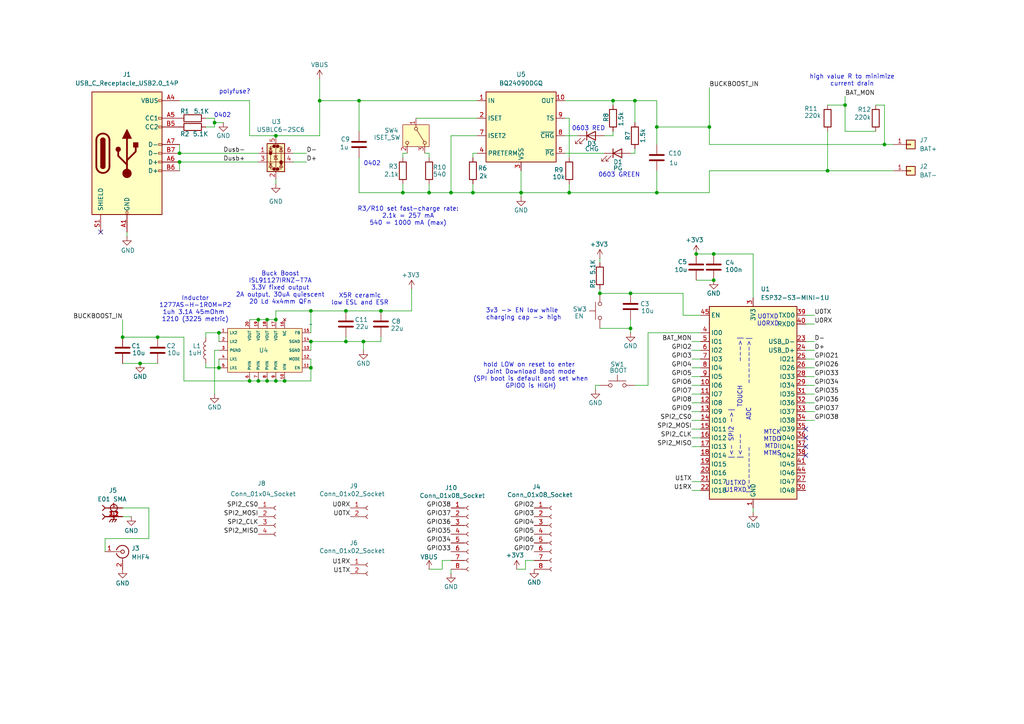
<source format=kicad_sch>
(kicad_sch (version 20231120) (generator "eeschema") (generator_version "8.0")
  (paper "A4")
  (lib_symbols
    (symbol "Battery_Management:BQ24090DGQ"
      (property "Reference" "U" (at -9.398 13.462 0))
      (property "Value" "BQ24090DGQ" (at -3.81 11.43 0))
      (symbol "BQ24090DGQ_1_1"
        (pin power_in line (at -12.7 7.62 0) (length 2.54) (name "IN") (number "1"))
        (pin power_out line (at 12.7 7.62 180) (length 2.54) (name "OUT") (number "10"))
        (pin passive line (at 0 -12.7 90) (length 2.54) hide (name "VSS") (number "11"))
        (pin passive line (at -12.7 2.54 0) (length 2.54) (name "ISET") (number "2"))
        (pin power_in line (at 0 -12.7 90) (length 2.54) (name "VSS") (number "3"))
        (pin passive line (at -12.7 -7.62 0) (length 2.54) (name "PRETERM") (number "4"))
        (pin open_collector line (at 12.7 -7.62 180) (length 2.54) (name "~{PG}") (number "5"))
        (pin no_connect line (at 5.08 -10.16 90) (length 2.54) hide (name "NC") (number "6"))
        (pin passive line (at -12.7 -2.54 0) (length 2.54) (name "ISET2") (number "7"))
        (pin open_collector line (at 12.7 -2.54 180) (length 2.54) (name "~{CHG}") (number "8"))
        (pin passive line (at 12.7 2.54 180) (length 2.54) (name "TS") (number "9"))
      )
    )
    (symbol "Conn_Coaxial_1" (pin_names (offset 1.016) hide)
      (property "Reference" "J" (at 0.254 3.048 0))
      (property "Value" "Conn_Coaxial" (at 2.921 0 90))
      (symbol "Conn_Coaxial_1_1_1"
        (pin passive line (at -5.08 0 0) (length 2.54) (name "In") (number "1"))
        (pin passive line (at 0 -5.08 90) (length 2.54) (name "Ext") (number "2"))
      )
    )
    (symbol "Connector:Conn_01x02_Socket" (pin_names (offset 1.016) hide)
      (property "Reference" "J" (at 0 2.54 0))
      (property "Value" "Conn_01x02_Socket" (at 0 -5.08 0))
      (symbol "Conn_01x02_Socket_1_1"
        (pin passive line (at -5.08 0 0) (length 3.81) (name "Pin_1") (number "1"))
        (pin passive line (at -5.08 -2.54 0) (length 3.81) (name "Pin_2") (number "2"))
      )
    )
    (symbol "Connector:Conn_01x04_Socket" (pin_names (offset 1.016) hide)
      (property "Reference" "J" (at 0 5.08 0))
      (property "Value" "Conn_01x04_Socket" (at 0 -7.62 0))
      (symbol "Conn_01x04_Socket_1_1"
        (pin passive line (at -5.08 2.54 0) (length 3.81) (name "Pin_1") (number "1"))
        (pin passive line (at -5.08 0 0) (length 3.81) (name "Pin_2") (number "2"))
        (pin passive line (at -5.08 -2.54 0) (length 3.81) (name "Pin_3") (number "3"))
        (pin passive line (at -5.08 -5.08 0) (length 3.81) (name "Pin_4") (number "4"))
      )
    )
    (symbol "Connector:Conn_01x08_Socket" (pin_names (offset 1.016) hide)
      (property "Reference" "J" (at 0 10.16 0))
      (property "Value" "Conn_01x08_Socket" (at 0 -12.7 0))
      (symbol "Conn_01x08_Socket_1_1"
        (pin passive line (at -5.08 7.62 0) (length 3.81) (name "Pin_1") (number "1"))
        (pin passive line (at -5.08 5.08 0) (length 3.81) (name "Pin_2") (number "2"))
        (pin passive line (at -5.08 2.54 0) (length 3.81) (name "Pin_3") (number "3"))
        (pin passive line (at -5.08 0 0) (length 3.81) (name "Pin_4") (number "4"))
        (pin passive line (at -5.08 -2.54 0) (length 3.81) (name "Pin_5") (number "5"))
        (pin passive line (at -5.08 -5.08 0) (length 3.81) (name "Pin_6") (number "6"))
        (pin passive line (at -5.08 -7.62 0) (length 3.81) (name "Pin_7") (number "7"))
        (pin passive line (at -5.08 -10.16 0) (length 3.81) (name "Pin_8") (number "8"))
      )
    )
    (symbol "Connector:USB_C_Receptacle_USB2.0_14P" (pin_names (offset 1.016))
      (property "Reference" "J" (at 0 22.225 0))
      (property "Value" "USB_C_Receptacle_USB2.0_14P" (at 0 19.685 0))
      (symbol "USB_C_Receptacle_USB2.0_14P_1_1"
        (pin passive line (at 0 -22.86 90) (length 5.08) (name "GND") (number "A1"))
        (pin passive line (at 0 -22.86 90) (length 5.08) hide (name "GND") (number "A12"))
        (pin passive line (at 15.24 15.24 180) (length 5.08) (name "VBUS") (number "A4"))
        (pin bidirectional line (at 15.24 10.16 180) (length 5.08) (name "CC1") (number "A5"))
        (pin bidirectional line (at 15.24 -2.54 180) (length 5.08) (name "D+") (number "A6"))
        (pin bidirectional line (at 15.24 2.54 180) (length 5.08) (name "D-") (number "A7"))
        (pin passive line (at 15.24 15.24 180) (length 5.08) hide (name "VBUS") (number "A9"))
        (pin passive line (at 0 -22.86 90) (length 5.08) hide (name "GND") (number "B1"))
        (pin passive line (at 0 -22.86 90) (length 5.08) hide (name "GND") (number "B12"))
        (pin passive line (at 15.24 15.24 180) (length 5.08) hide (name "VBUS") (number "B4"))
        (pin bidirectional line (at 15.24 7.62 180) (length 5.08) (name "CC2") (number "B5"))
        (pin bidirectional line (at 15.24 -5.08 180) (length 5.08) (name "D+") (number "B6"))
        (pin bidirectional line (at 15.24 0 180) (length 5.08) (name "D-") (number "B7"))
        (pin passive line (at 15.24 15.24 180) (length 5.08) hide (name "VBUS") (number "B9"))
        (pin passive line (at -7.62 -22.86 90) (length 5.08) (name "SHIELD") (number "S1"))
      )
    )
    (symbol "Connector_Generic:Conn_01x01" (pin_names (offset 1.016) hide)
      (property "Reference" "J" (at 0 2.54 0))
      (property "Value" "Conn_01x01" (at 0 -2.54 0))
      (symbol "Conn_01x01_1_1"
        (pin passive line (at -5.08 0 0) (length 3.81) (name "Pin_1") (number "1"))
      )
    )
    (symbol "Device:C" (pin_numbers hide) (pin_names (offset 0.254))
      (property "Reference" "C" (at 0.635 2.54 0))
      (property "Value" "C" (at 0.635 -2.54 0))
      (symbol "C_1_1"
        (pin passive line (at 0 3.81 270) (length 2.794) (name "~") (number "1"))
        (pin passive line (at 0 -3.81 90) (length 2.794) (name "~") (number "2"))
      )
    )
    (symbol "Device:L" (pin_numbers hide) (pin_names (offset 1.016) hide)
      (property "Reference" "L" (at -1.27 0 90))
      (property "Value" "L" (at 1.905 0 90))
      (symbol "L_1_1"
        (pin passive line (at 0 3.81 270) (length 1.27) (name "1") (number "1"))
        (pin passive line (at 0 -3.81 90) (length 1.27) (name "2") (number "2"))
      )
    )
    (symbol "Device:LED" (pin_numbers hide) (pin_names (offset 1.016) hide)
      (property "Reference" "D" (at 0 2.54 0))
      (property "Value" "LED" (at 0 -2.54 0))
      (symbol "LED_1_1"
        (pin passive line (at -3.81 0 0) (length 2.54) (name "K") (number "1"))
        (pin passive line (at 3.81 0 180) (length 2.54) (name "A") (number "2"))
      )
    )
    (symbol "Device:R" (pin_numbers hide) (pin_names (offset 0))
      (property "Reference" "R" (at 2.032 0 90))
      (property "Value" "R" (at 0 0 90))
      (symbol "R_1_1"
        (pin passive line (at 0 3.81 270) (length 1.27) (name "~") (number "1"))
        (pin passive line (at 0 -3.81 90) (length 1.27) (name "~") (number "2"))
      )
    )
    (symbol "Power_Protection:USBLC6-2SC6" (pin_names hide)
      (property "Reference" "U" (at 0.635 5.715 0))
      (property "Value" "USBLC6-2SC6" (at 0.635 3.81 0))
      (symbol "USBLC6-2SC6_1_1"
        (pin passive line (at -5.08 0 0) (length 2.54) (name "I/O1") (number "1"))
        (pin passive line (at 0 -7.62 90) (length 2.54) (name "GND") (number "2"))
        (pin passive line (at -5.08 -2.54 0) (length 2.54) (name "I/O2") (number "3"))
        (pin passive line (at 5.08 -2.54 180) (length 2.54) (name "I/O2") (number "4"))
        (pin passive line (at 0 5.08 270) (length 2.54) (name "VBUS") (number "5"))
        (pin passive line (at 5.08 0 180) (length 2.54) (name "I/O1") (number "6"))
      )
    )
    (symbol "RF_Module:ESP32-S3-MINI-1U"
      (property "Reference" "U" (at -11.43 29.21 0))
      (property "Value" "ESP32-S3-MINI-1U" (at 12.7 29.21 0))
      (symbol "ESP32-S3-MINI-1U_1_1"
        (pin power_in line (at 0 -30.48 90) (length 2.54) (name "GND") (number "1"))
        (pin bidirectional line (at -15.24 5.08 0) (length 2.54) (name "IO6") (number "10"))
        (pin bidirectional line (at -15.24 2.54 0) (length 2.54) (name "IO7") (number "11"))
        (pin bidirectional line (at -15.24 0 0) (length 2.54) (name "IO8") (number "12"))
        (pin bidirectional line (at -15.24 -2.54 0) (length 2.54) (name "IO9") (number "13"))
        (pin bidirectional line (at -15.24 -5.08 0) (length 2.54) (name "IO10") (number "14"))
        (pin bidirectional line (at -15.24 -7.62 0) (length 2.54) (name "IO11") (number "15"))
        (pin bidirectional line (at -15.24 -10.16 0) (length 2.54) (name "IO12") (number "16"))
        (pin bidirectional line (at -15.24 -12.7 0) (length 2.54) (name "IO13") (number "17"))
        (pin bidirectional line (at -15.24 -15.24 0) (length 2.54) (name "IO14") (number "18"))
        (pin bidirectional line (at -15.24 -17.78 0) (length 2.54) (name "IO15") (number "19"))
        (pin passive line (at 0 -30.48 90) (length 2.54) hide (name "GND") (number "2"))
        (pin bidirectional line (at -15.24 -20.32 0) (length 2.54) (name "IO16") (number "20"))
        (pin bidirectional line (at -15.24 -22.86 0) (length 2.54) (name "IO17") (number "21"))
        (pin bidirectional line (at -15.24 -25.4 0) (length 2.54) (name "IO18") (number "22"))
        (pin bidirectional line (at 15.24 17.78 180) (length 2.54) (name "USB_D-") (number "23"))
        (pin bidirectional line (at 15.24 15.24 180) (length 2.54) (name "USB_D+") (number "24"))
        (pin bidirectional line (at 15.24 12.7 180) (length 2.54) (name "IO21") (number "25"))
        (pin bidirectional line (at 15.24 10.16 180) (length 2.54) (name "IO26") (number "26"))
        (pin bidirectional line (at 15.24 -22.86 180) (length 2.54) (name "IO47") (number "27"))
        (pin bidirectional line (at 15.24 7.62 180) (length 2.54) (name "IO33") (number "28"))
        (pin bidirectional line (at 15.24 5.08 180) (length 2.54) (name "IO34") (number "29"))
        (pin power_in line (at 0 30.48 270) (length 2.54) (name "3V3") (number "3"))
        (pin bidirectional line (at 15.24 -25.4 180) (length 2.54) (name "IO48") (number "30"))
        (pin bidirectional line (at 15.24 2.54 180) (length 2.54) (name "IO35") (number "31"))
        (pin bidirectional line (at 15.24 0 180) (length 2.54) (name "IO36") (number "32"))
        (pin bidirectional line (at 15.24 -2.54 180) (length 2.54) (name "IO37") (number "33"))
        (pin bidirectional line (at 15.24 -5.08 180) (length 2.54) (name "IO38") (number "34"))
        (pin bidirectional line (at 15.24 -7.62 180) (length 2.54) (name "IO39") (number "35"))
        (pin bidirectional line (at 15.24 -10.16 180) (length 2.54) (name "IO40") (number "36"))
        (pin bidirectional line (at 15.24 -12.7 180) (length 2.54) (name "IO41") (number "37"))
        (pin bidirectional line (at 15.24 -15.24 180) (length 2.54) (name "IO42") (number "38"))
        (pin bidirectional line (at 15.24 25.4 180) (length 2.54) (name "TXD0") (number "39"))
        (pin bidirectional line (at -15.24 20.32 0) (length 2.54) (name "IO0") (number "4"))
        (pin bidirectional line (at 15.24 22.86 180) (length 2.54) (name "RXD0") (number "40"))
        (pin bidirectional line (at 15.24 -17.78 180) (length 2.54) (name "IO45") (number "41"))
        (pin passive line (at 0 -30.48 90) (length 2.54) hide (name "GND") (number "42"))
        (pin passive line (at 0 -30.48 90) (length 2.54) hide (name "GND") (number "43"))
        (pin bidirectional line (at 15.24 -20.32 180) (length 2.54) (name "IO46") (number "44"))
        (pin input line (at -15.24 25.4 0) (length 2.54) (name "EN") (number "45"))
        (pin passive line (at 0 -30.48 90) (length 2.54) hide (name "GND") (number "46"))
        (pin passive line (at 0 -30.48 90) (length 2.54) hide (name "GND") (number "47"))
        (pin passive line (at 0 -30.48 90) (length 2.54) hide (name "GND") (number "48"))
        (pin passive line (at 0 -30.48 90) (length 2.54) hide (name "GND") (number "49"))
        (pin bidirectional line (at -15.24 17.78 0) (length 2.54) (name "IO1") (number "5"))
        (pin passive line (at 0 -30.48 90) (length 2.54) hide (name "GND") (number "50"))
        (pin passive line (at 0 -30.48 90) (length 2.54) hide (name "GND") (number "51"))
        (pin passive line (at 0 -30.48 90) (length 2.54) hide (name "GND") (number "52"))
        (pin passive line (at 0 -30.48 90) (length 2.54) hide (name "GND") (number "53"))
        (pin passive line (at 0 -30.48 90) (length 2.54) hide (name "GND") (number "54"))
        (pin passive line (at 0 -30.48 90) (length 2.54) hide (name "GND") (number "55"))
        (pin passive line (at 0 -30.48 90) (length 2.54) hide (name "GND") (number "56"))
        (pin passive line (at 0 -30.48 90) (length 2.54) hide (name "GND") (number "57"))
        (pin passive line (at 0 -30.48 90) (length 2.54) hide (name "GND") (number "58"))
        (pin passive line (at 0 -30.48 90) (length 2.54) hide (name "GND") (number "59"))
        (pin bidirectional line (at -15.24 15.24 0) (length 2.54) (name "IO2") (number "6"))
        (pin passive line (at 0 -30.48 90) (length 2.54) hide (name "GND") (number "60"))
        (pin passive line (at 0 -30.48 90) (length 2.54) hide (name "GND") (number "61"))
        (pin passive line (at 0 -30.48 90) (length 2.54) hide (name "GND") (number "62"))
        (pin passive line (at 0 -30.48 90) (length 2.54) hide (name "GND") (number "63"))
        (pin passive line (at 0 -30.48 90) (length 2.54) hide (name "GND") (number "64"))
        (pin passive line (at 0 -30.48 90) (length 2.54) hide (name "GND") (number "65"))
        (pin bidirectional line (at -15.24 12.7 0) (length 2.54) (name "IO3") (number "7"))
        (pin bidirectional line (at -15.24 10.16 0) (length 2.54) (name "IO4") (number "8"))
        (pin bidirectional line (at -15.24 7.62 0) (length 2.54) (name "IO5") (number "9"))
      )
    )
    (symbol "Regulator_Switching:ISL91127IRNZ-T7A"
      (property "Reference" "U" (at 0 0 0))
      (symbol "ISL91127IRNZ-T7A_1_1"
        (pin output line (at -12.7 5.08 0) (length 2.54) (name "LX2") (number "1"))
        (pin power_in line (at 6.35 -8.89 90) (length 2.54) (name "VIN") (number "10"))
        (pin input line (at 13.97 -5.08 180) (length 2.54) (name "EN") (number "11"))
        (pin input line (at 13.97 -2.54 180) (length 2.54) (name "MODE") (number "12"))
        (pin output line (at 13.97 0 180) (length 2.54) (name "SGND") (number "13"))
        (pin output line (at 13.97 2.54 180) (length 2.54) (name "SGND") (number "14"))
        (pin input line (at 13.97 5.08 180) (length 2.54) (name "FB") (number "15"))
        (pin no_connect line (at 6.35 8.89 270) (length 2.54) (name "NC") (number "16"))
        (pin power_out line (at 3.81 8.89 270) (length 2.54) (name "VOUT") (number "17"))
        (pin power_out line (at 1.27 8.89 270) (length 2.54) (name "VOUT") (number "18"))
        (pin power_out line (at -1.27 8.89 270) (length 2.54) (name "VOUT") (number "19"))
        (pin output line (at -12.7 2.54 0) (length 2.54) (name "LX2") (number "2"))
        (pin power_out line (at -3.81 8.89 270) (length 2.54) (name "VOUT") (number "20"))
        (pin output line (at -12.7 0 0) (length 2.54) (name "PGND") (number "3"))
        (pin input line (at -12.7 -2.54 0) (length 2.54) (name "LX1") (number "4"))
        (pin input line (at -12.7 -5.08 0) (length 2.54) (name "LX1") (number "5"))
        (pin power_in line (at -3.81 -8.89 90) (length 2.54) (name "PVIN") (number "6"))
        (pin power_in line (at -1.27 -8.89 90) (length 2.54) (name "PVIN") (number "7"))
        (pin power_in line (at 1.27 -8.89 90) (length 2.54) (name "PVIN") (number "8"))
        (pin power_in line (at 3.81 -8.89 90) (length 2.54) (name "PVIN") (number "9"))
      )
    )
    (symbol "SMA-J-P-H-ST-EM1_1" (pin_names (offset 1.016) hide)
      (property "Reference" "J" (at -3.81 4.064 0))
      (property "Value" "SMA-J-P-H-ST-EM1" (at -4.064 -4.318 0))
      (symbol "SMA-J-P-H-ST-EM1_1_0_0"
        (pin passive line (at 2.54 2.54 180) (length 5.08) (name "~") (number "1"))
        (pin passive line (at 2.54 0 180) (length 5.08) (name "~") (number "2_1"))
        (pin passive line (at 2.54 0 180) (length 5.08) (name "~") (number "2_2"))
        (pin passive line (at 2.54 0 180) (length 5.08) (name "~") (number "3_1"))
        (pin passive line (at 2.54 0 180) (length 5.08) (name "~") (number "3_2"))
      )
    )
    (symbol "Switch:SW_Push" (pin_numbers hide) (pin_names (offset 1.016) hide)
      (property "Reference" "SW" (at 1.27 2.54 0))
      (property "Value" "SW_Push" (at 0 -1.524 0))
      (symbol "SW_Push_0_1"
        (pin passive line (at -5.08 0 0) (length 2.54) (name "1") (number "1"))
        (pin passive line (at 5.08 0 180) (length 2.54) (name "2") (number "2"))
      )
    )
    (symbol "Switch:SW_Wuerth_450301014042" (pin_names (offset 1) hide)
      (property "Reference" "SW" (at 0 5.08 0))
      (property "Value" "SW_Wuerth_450301014042" (at 0 -5.08 0))
      (symbol "SW_Wuerth_450301014042_1_1"
        (pin passive line (at -5.08 0 0) (length 2.54) (name "B") (number "1"))
        (pin passive line (at 5.08 -2.54 180) (length 2.54) (name "C") (number "2"))
        (pin passive line (at 5.08 2.54 180) (length 2.54) (name "A") (number "3"))
      )
    )
    (symbol "power:+3V3" (power) (pin_numbers hide) (pin_names (offset 0) hide)
      (property "Value" "+3V3" (at 0 3.556 0))
      (symbol "+3V3_1_1"
        (pin power_in line (at 0 0 90) (length 0) (name "~") (number "1"))
      )
    )
    (symbol "power:GND" (power) (pin_numbers hide) (pin_names (offset 0) hide)
      (property "Value" "GND" (at 0 -3.81 0))
      (symbol "GND_1_1"
        (pin power_in line (at 0 0 270) (length 0) (name "~") (number "1"))
      )
    )
    (symbol "power:VBUS" (power) (pin_numbers hide) (pin_names (offset 0) hide)
      (property "Value" "VBUS" (at 0 3.556 0))
      (symbol "VBUS_1_1"
        (pin power_in line (at 0 0 90) (length 0) (name "~") (number "1"))
      )
    )
  )
  (junction (at 45.72 97.79))
  (junction (at 240.03 49.53))
  (junction (at 80.01 39.37))
  (junction (at 92.71 29.21))
  (junction (at 52.07 44.45))
  (junction (at 74.93 110.49))
  (junction (at 182.88 95.25))
  (junction (at 63.5 106.68))
  (junction (at 74.93 92.71))
  (junction (at 207.01 81.28))
  (junction (at 62.23 35.56))
  (junction (at 80.01 92.71))
  (junction (at 77.47 110.49))
  (junction (at 205.74 36.83))
  (junction (at 52.07 46.99))
  (junction (at 100.33 90.17))
  (junction (at 100.33 99.06))
  (junction (at 201.93 73.66))
  (junction (at 77.47 92.71))
  (junction (at 245.11 30.48))
  (junction (at 80.01 110.49))
  (junction (at 104.14 29.21))
  (junction (at 190.5 36.83))
  (junction (at 177.8 29.21))
  (junction (at 124.46 55.88))
  (junction (at 90.17 106.68))
  (junction (at 190.5 55.88))
  (junction (at 90.17 90.17))
  (junction (at 105.41 99.06))
  (junction (at 256.54 41.91))
  (junction (at 184.15 29.21))
  (junction (at 151.13 55.88))
  (junction (at 72.39 110.49))
  (junction (at 182.88 85.09))
  (junction (at 137.16 55.88))
  (junction (at 116.84 55.88))
  (junction (at 90.17 99.06))
  (junction (at 130.81 55.88))
  (junction (at 207.01 73.66))
  (junction (at 40.64 105.41))
  (junction (at 165.1 55.88))
  (junction (at 35.56 97.79))
  (junction (at 82.55 110.49))
  (junction (at 63.5 96.52))
  (junction (at 110.49 90.17))
  (junction (at 173.99 85.09))
  (no_connect (at 233.68 129.54))
  (no_connect (at 233.68 124.46))
  (no_connect (at 233.68 127))
  (no_connect (at 233.68 132.08))
  (no_connect (at 29.21 67.31))
  (wire (pts (xy 205.74 41.91) (xy 205.74 36.83)))
  (wire (pts (xy 184.15 29.21) (xy 184.15 35.56)))
  (wire (pts (xy 90.17 104.14) (xy 90.17 106.68)))
  (wire (pts (xy 105.41 101.6) (xy 105.41 99.06)))
  (wire (pts (xy 184.15 44.45) (xy 182.88 44.45)))
  (wire (pts (xy 154.94 162.56) (xy 152.4 162.56)))
  (wire (pts (xy 245.11 27.94) (xy 245.11 30.48)))
  (wire (pts (xy 53.34 97.79) (xy 53.34 110.49)))
  (wire (pts (xy 173.99 74.93) (xy 173.99 76.2)))
  (wire (pts (xy 90.17 99.06) (xy 90.17 101.6)))
  (wire (pts (xy 172.72 111.76) (xy 173.99 111.76)))
  (wire (pts (xy 52.07 44.45) (xy 74.93 44.45)))
  (wire (pts (xy 200.66 119.38) (xy 203.2 119.38)))
  (wire (pts (xy 207.01 73.66) (xy 218.44 73.66)))
  (wire (pts (xy 173.99 95.25) (xy 182.88 95.25)))
  (wire (pts (xy 90.17 106.68) (xy 90.17 110.49)))
  (wire (pts (xy 205.74 49.53) (xy 240.03 49.53)))
  (wire (pts (xy 198.12 85.09) (xy 198.12 91.44)))
  (wire (pts (xy 138.43 39.37) (xy 130.81 39.37)))
  (wire (pts (xy 35.56 92.71) (xy 35.56 97.79)))
  (wire (pts (xy 240.03 49.53) (xy 259.08 49.53)))
  (wire (pts (xy 72.39 92.71) (xy 74.93 92.71)))
  (wire (pts (xy 43.18 147.32) (xy 35.56 147.32)))
  (wire (pts (xy 124.46 44.45) (xy 124.46 45.72)))
  (wire (pts (xy 104.14 55.88) (xy 116.84 55.88)))
  (wire (pts (xy 63.5 101.6) (xy 62.23 101.6)))
  (wire (pts (xy 110.49 99.06) (xy 110.49 97.79)))
  (wire (pts (xy 80.01 39.37) (xy 92.71 39.37)))
  (wire (pts (xy 200.66 142.24) (xy 203.2 142.24)))
  (wire (pts (xy 236.22 111.76) (xy 233.68 111.76)))
  (wire (pts (xy 130.81 55.88) (xy 137.16 55.88)))
  (wire (pts (xy 59.69 36.83) (xy 62.23 36.83)))
  (wire (pts (xy 72.39 110.49) (xy 74.93 110.49)))
  (wire (pts (xy 104.14 29.21) (xy 138.43 29.21)))
  (wire (pts (xy 63.5 104.14) (xy 63.5 106.68)))
  (wire (pts (xy 201.93 73.66) (xy 207.01 73.66)))
  (wire (pts (xy 190.5 36.83) (xy 205.74 36.83)))
  (wire (pts (xy 72.39 39.37) (xy 80.01 39.37)))
  (wire (pts (xy 236.22 104.14) (xy 233.68 104.14)))
  (wire (pts (xy 116.84 53.34) (xy 116.84 55.88)))
  (wire (pts (xy 205.74 41.91) (xy 256.54 41.91)))
  (wire (pts (xy 151.13 49.53) (xy 151.13 55.88)))
  (wire (pts (xy 52.07 46.99) (xy 74.93 46.99)))
  (wire (pts (xy 40.64 105.41) (xy 45.72 105.41)))
  (wire (pts (xy 200.66 127) (xy 203.2 127)))
  (wire (pts (xy 240.03 38.1) (xy 240.03 49.53)))
  (wire (pts (xy 165.1 34.29) (xy 165.1 45.72)))
  (wire (pts (xy 100.33 90.17) (xy 110.49 90.17)))
  (wire (pts (xy 163.83 29.21) (xy 177.8 29.21)))
  (wire (pts (xy 240.03 30.48) (xy 245.11 30.48)))
  (wire (pts (xy 200.66 111.76) (xy 203.2 111.76)))
  (wire (pts (xy 124.46 53.34) (xy 124.46 55.88)))
  (wire (pts (xy 218.44 73.66) (xy 218.44 86.36)))
  (wire (pts (xy 173.99 85.09) (xy 182.88 85.09)))
  (wire (pts (xy 128.27 165.1) (xy 128.27 162.56)))
  (wire (pts (xy 90.17 90.17) (xy 90.17 96.52)))
  (wire (pts (xy 187.96 111.76) (xy 187.96 96.52)))
  (wire (pts (xy 152.4 165.1) (xy 149.86 165.1)))
  (wire (pts (xy 254 30.48) (xy 256.54 30.48)))
  (wire (pts (xy 256.54 41.91) (xy 259.08 41.91)))
  (wire (pts (xy 236.22 101.6) (xy 233.68 101.6)))
  (wire (pts (xy 123.19 44.45) (xy 124.46 44.45)))
  (wire (pts (xy 200.66 116.84) (xy 203.2 116.84)))
  (wire (pts (xy 110.49 90.17) (xy 119.38 90.17)))
  (wire (pts (xy 62.23 35.56) (xy 64.77 35.56)))
  (wire (pts (xy 233.68 93.98) (xy 236.22 93.98)))
  (wire (pts (xy 120.65 34.29) (xy 138.43 34.29)))
  (wire (pts (xy 175.26 39.37) (xy 177.8 39.37)))
  (wire (pts (xy 116.84 44.45) (xy 118.11 44.45)))
  (wire (pts (xy 218.44 147.32) (xy 218.44 148.59)))
  (wire (pts (xy 190.5 36.83) (xy 190.5 41.91)))
  (wire (pts (xy 165.1 55.88) (xy 190.5 55.88)))
  (wire (pts (xy 104.14 29.21) (xy 104.14 38.1)))
  (wire (pts (xy 130.81 39.37) (xy 130.81 55.88)))
  (wire (pts (xy 124.46 55.88) (xy 130.81 55.88)))
  (wire (pts (xy 163.83 39.37) (xy 167.64 39.37)))
  (wire (pts (xy 198.12 91.44) (xy 203.2 91.44)))
  (wire (pts (xy 104.14 45.72) (xy 104.14 55.88)))
  (wire (pts (xy 59.69 106.68) (xy 63.5 106.68)))
  (wire (pts (xy 80.01 92.71) (xy 80.01 90.17)))
  (wire (pts (xy 190.5 55.88) (xy 205.74 55.88)))
  (wire (pts (xy 200.66 104.14) (xy 203.2 104.14)))
  (wire (pts (xy 124.46 165.1) (xy 128.27 165.1)))
  (wire (pts (xy 200.66 114.3) (xy 203.2 114.3)))
  (wire (pts (xy 59.69 96.52) (xy 59.69 97.79)))
  (wire (pts (xy 116.84 44.45) (xy 116.84 45.72)))
  (wire (pts (xy 92.71 39.37) (xy 92.71 29.21)))
  (wire (pts (xy 177.8 29.21) (xy 184.15 29.21)))
  (wire (pts (xy 53.34 110.49) (xy 72.39 110.49)))
  (wire (pts (xy 200.66 129.54) (xy 203.2 129.54)))
  (wire (pts (xy 74.93 110.49) (xy 77.47 110.49)))
  (wire (pts (xy 236.22 109.22) (xy 233.68 109.22)))
  (wire (pts (xy 100.33 99.06) (xy 100.33 97.79)))
  (wire (pts (xy 245.11 38.1) (xy 254 38.1)))
  (wire (pts (xy 138.43 44.45) (xy 137.16 44.45)))
  (wire (pts (xy 59.69 96.52) (xy 63.5 96.52)))
  (wire (pts (xy 182.88 85.09) (xy 198.12 85.09)))
  (wire (pts (xy 200.66 106.68) (xy 203.2 106.68)))
  (wire (pts (xy 184.15 111.76) (xy 187.96 111.76)))
  (wire (pts (xy 92.71 29.21) (xy 104.14 29.21)))
  (wire (pts (xy 236.22 106.68) (xy 233.68 106.68)))
  (wire (pts (xy 137.16 44.45) (xy 137.16 45.72)))
  (wire (pts (xy 177.8 39.37) (xy 177.8 38.1)))
  (wire (pts (xy 187.96 96.52) (xy 203.2 96.52)))
  (wire (pts (xy 201.93 81.28) (xy 207.01 81.28)))
  (wire (pts (xy 85.09 44.45) (xy 88.9 44.45)))
  (wire (pts (xy 74.93 92.71) (xy 77.47 92.71)))
  (wire (pts (xy 233.68 116.84) (xy 236.22 116.84)))
  (wire (pts (xy 80.01 53.34) (xy 80.01 52.07)))
  (wire (pts (xy 52.07 41.91) (xy 52.07 44.45)))
  (wire (pts (xy 190.5 29.21) (xy 190.5 36.83)))
  (wire (pts (xy 92.71 22.86) (xy 92.71 29.21)))
  (wire (pts (xy 205.74 49.53) (xy 205.74 55.88)))
  (wire (pts (xy 151.13 55.88) (xy 151.13 57.15)))
  (wire (pts (xy 43.18 147.32) (xy 43.18 156.21)))
  (wire (pts (xy 152.4 162.56) (xy 152.4 165.1)))
  (wire (pts (xy 77.47 92.71) (xy 80.01 92.71)))
  (wire (pts (xy 173.99 83.82) (xy 173.99 85.09)))
  (wire (pts (xy 62.23 35.56) (xy 62.23 34.29)))
  (wire (pts (xy 105.41 99.06) (xy 100.33 99.06)))
  (wire (pts (xy 128.27 162.56) (xy 130.81 162.56)))
  (wire (pts (xy 30.48 156.21) (xy 30.48 160.02)))
  (wire (pts (xy 62.23 36.83) (xy 62.23 35.56)))
  (wire (pts (xy 59.69 34.29) (xy 62.23 34.29)))
  (wire (pts (xy 190.5 49.53) (xy 190.5 55.88)))
  (wire (pts (xy 62.23 101.6) (xy 62.23 114.3)))
  (wire (pts (xy 205.74 25.4) (xy 205.74 36.83)))
  (wire (pts (xy 43.18 156.21) (xy 30.48 156.21)))
  (wire (pts (xy 182.88 92.71) (xy 182.88 95.25)))
  (wire (pts (xy 200.66 109.22) (xy 203.2 109.22)))
  (wire (pts (xy 36.83 68.58) (xy 36.83 67.31)))
  (wire (pts (xy 90.17 99.06) (xy 100.33 99.06)))
  (wire (pts (xy 63.5 99.06) (xy 63.5 96.52)))
  (wire (pts (xy 85.09 46.99) (xy 88.9 46.99)))
  (wire (pts (xy 184.15 43.18) (xy 184.15 44.45)))
  (wire (pts (xy 130.81 166.37) (xy 130.81 165.1)))
  (wire (pts (xy 45.72 97.79) (xy 53.34 97.79)))
  (wire (pts (xy 233.68 114.3) (xy 236.22 114.3)))
  (wire (pts (xy 200.66 139.7) (xy 203.2 139.7)))
  (wire (pts (xy 90.17 90.17) (xy 100.33 90.17)))
  (wire (pts (xy 52.07 29.21) (xy 72.39 29.21)))
  (wire (pts (xy 245.11 30.48) (xy 245.11 38.1)))
  (wire (pts (xy 59.69 105.41) (xy 59.69 106.68)))
  (wire (pts (xy 236.22 99.06) (xy 233.68 99.06)))
  (wire (pts (xy 90.17 110.49) (xy 82.55 110.49)))
  (wire (pts (xy 200.66 101.6) (xy 203.2 101.6)))
  (wire (pts (xy 72.39 29.21) (xy 72.39 39.37)))
  (wire (pts (xy 200.66 99.06) (xy 203.2 99.06)))
  (wire (pts (xy 45.72 97.79) (xy 35.56 97.79)))
  (wire (pts (xy 137.16 55.88) (xy 151.13 55.88)))
  (wire (pts (xy 77.47 110.49) (xy 80.01 110.49)))
  (wire (pts (xy 116.84 55.88) (xy 124.46 55.88)))
  (wire (pts (xy 233.68 119.38) (xy 236.22 119.38)))
  (wire (pts (xy 35.56 149.86) (xy 38.1 149.86)))
  (wire (pts (xy 184.15 29.21) (xy 190.5 29.21)))
  (wire (pts (xy 177.8 30.48) (xy 177.8 29.21)))
  (wire (pts (xy 35.56 105.41) (xy 40.64 105.41)))
  (wire (pts (xy 151.13 55.88) (xy 165.1 55.88)))
  (wire (pts (xy 105.41 99.06) (xy 110.49 99.06)))
  (wire (pts (xy 172.72 113.03) (xy 172.72 111.76)))
  (wire (pts (xy 182.88 95.25) (xy 182.88 96.52)))
  (wire (pts (xy 165.1 53.34) (xy 165.1 55.88)))
  (wire (pts (xy 200.66 124.46) (xy 203.2 124.46)))
  (wire (pts (xy 119.38 83.82) (xy 119.38 90.17)))
  (wire (pts (xy 163.83 44.45) (xy 175.26 44.45)))
  (wire (pts (xy 233.68 91.44) (xy 236.22 91.44)))
  (wire (pts (xy 200.66 121.92) (xy 203.2 121.92)))
  (wire (pts (xy 52.07 46.99) (xy 52.07 49.53)))
  (wire (pts (xy 137.16 53.34) (xy 137.16 55.88)))
  (wire (pts (xy 80.01 90.17) (xy 90.17 90.17)))
  (wire (pts (xy 80.01 110.49) (xy 82.55 110.49)))
  (wire (pts (xy 236.22 121.92) (xy 233.68 121.92)))
  (wire (pts (xy 256.54 30.48) (xy 256.54 41.91)))
  (wire (pts (xy 163.83 34.29) (xy 165.1 34.29)))
  (text "Buck Boost\nISL91127IRNZ-T7A\n3.3V fixed output\n2A output, 30uA quiescent\n20 Ld 4x4mm QFn" (at 81.28 83.566 0) (effects (font (size 1.27 1.27))))
  (text "polyfuse?" (at 68.072 26.67 0) (effects (font (size 1.27 1.27))))
  (text "|<---        TOUCH       --->|" (at 214.63 115.57 90) (effects (font (size 1.27 1.27))))
  (text "3v3 -> EN low while \ncharging cap -> high" (at 151.892 91.186 0) (effects (font (size 1.27 1.27))))
  (text "high value R to minimize\ncurrent drain" (at 247.142 23.368 0) (effects (font (size 1.27 1.27))))
  (text "X5R ceramic\nlow ESL and ESR" (at 104.394 86.868 0) (effects (font (size 1.27 1.27))))
  (text "0402" (at 107.95 47.498 0) (effects (font (size 1.27 1.27))))
  (text "U0TXD\nU0RXD" (at 222.758 92.964 0) (effects (font (size 1.27 1.27))))
  (text "|<-------        ADC       ------->|" (at 217.17 120.65 90) (effects (font (size 1.27 1.27))))
  (text "U1TXD\nU1RXD" (at 213.36 141.224 0) (effects (font (size 1.27 1.27))))
  (text "hold LOW on reset to enter \nJoint Download Boot mode\n(SPI boot is default and set when\nGPIO0 is HIGH)" (at 153.924 108.966 0) (effects (font (size 1.27 1.27))))
  (text "R3/R10 set fast-charge rate:\n2.1k = 257 mA\n540 = 1000 mA (max)\n" (at 118.364 62.738 0) (effects (font (size 1.27 1.27))))
  (text "|<- SPI2 ->|" (at 212.09 125.984 90) (effects (font (size 1.27 1.27))))
  (text "0402" (at 64.516 33.528 0) (effects (font (size 1.27 1.27))))
  (text "Inductor\n1277AS-H-1R0M=P2\n1uh 3.1A 45mOhm \n1210 (3225 metric)" (at 56.642 89.662 0) (effects (font (size 1.27 1.27))))
  (text "0603 GREEN" (at 179.578 50.8 0) (effects (font (size 1.27 1.27))))
  (text "0603 RED" (at 170.688 37.338 0) (effects (font (size 1.27 1.27))))
  (text "MTCK\nMTDO\nMTDI\nMTMS" (at 224.028 128.524 0) (effects (font (size 1.27 1.27))))
  (label "U0TX" (at 236.22 91.44 0))
  (label "GPIO26" (at 236.22 106.68 0))
  (label "SPI2_MISO" (at 200.66 129.54 180))
  (label "GPIO5" (at 154.94 154.94 180))
  (label "D-" (at 88.9 44.45 0))
  (label "GPIO4" (at 200.66 106.68 180))
  (label "Dusb+" (at 64.77 46.99 0))
  (label "GPIO5" (at 200.66 109.22 180))
  (label "D-" (at 236.22 99.06 0))
  (label "BUCKBOOST_IN" (at 205.74 25.4 0))
  (label "SPI2_MOSI" (at 74.93 149.86 180))
  (label "BAT_MON" (at 200.66 99.06 180))
  (label "GPIO6" (at 154.94 157.48 180))
  (label "U0TX" (at 101.6 149.86 180))
  (label "U1RX" (at 200.66 142.24 180))
  (label "GPIO33" (at 236.22 109.22 0))
  (label "GPIO36" (at 130.81 152.4 180))
  (label "GPIO6" (at 200.66 111.76 180))
  (label "U0RX" (at 236.22 93.98 0))
  (label "BUCKBOOST_IN" (at 35.56 92.71 180))
  (label "GPIO38" (at 130.81 147.32 180))
  (label "GPIO36" (at 236.22 116.84 0))
  (label "GPIO35" (at 236.22 114.3 0))
  (label "GPIO9" (at 200.66 119.38 180))
  (label "SPI2_CS0" (at 74.93 147.32 180))
  (label "GPIO37" (at 130.81 149.86 180))
  (label "SPI2_CS0" (at 200.66 121.92 180))
  (label "GPIO3" (at 200.66 104.14 180))
  (label "GPIO37" (at 236.22 119.38 0))
  (label "D+" (at 88.9 46.99 0))
  (label "GPIO34" (at 236.22 111.76 0))
  (label "GPIO33" (at 130.81 160.02 180))
  (label "SPI2_CLK" (at 200.66 127 180))
  (label "U0RX" (at 101.6 147.32 180))
  (label "GPIO21" (at 236.22 104.14 0))
  (label "GPIO2" (at 154.94 147.32 180))
  (label "GPIO35" (at 130.81 154.94 180))
  (label "GPIO38" (at 236.22 121.92 0))
  (label "BAT_MON" (at 245.11 27.94 0))
  (label "U1TX" (at 101.6 166.37 180))
  (label "GPIO8" (at 200.66 116.84 180))
  (label "GPIO34" (at 130.81 157.48 180))
  (label "U1TX" (at 200.66 139.7 180))
  (label "U1RX" (at 101.6 163.83 180))
  (label "GPIO4" (at 154.94 152.4 180))
  (label "GPIO2" (at 200.66 101.6 180))
  (label "D+" (at 236.22 101.6 0))
  (label "GPIO3" (at 154.94 149.86 180))
  (label "SPI2_CLK" (at 74.93 152.4 180))
  (label "SPI2_MISO" (at 74.93 154.94 180))
  (label "Dusb-" (at 64.77 44.45 0))
  (label "GPIO7" (at 200.66 114.3 180))
  (label "GPIO7" (at 154.94 160.02 180))
  (label "SPI2_MOSI" (at 200.66 124.46 180))
  (symbol (lib_id "Device:R") (at 55.88 36.83 90) (unit 1)
    (property "Reference" "R2" (at 53.594 38.862 90))
    (property "Value" "5.1K" (at 58.166 38.862 90))
    (property "Footprint" "Resistor_SMD:R_0402_1005Metric" (effects (hide yes)))
    (property "Description" "Resistor" (effects (hide yes)))
  )
  (symbol (lib_id "power:GND") (at 36.83 68.58 0) (unit 1)
    (property "Reference" "#PWR02" (effects (hide yes)))
    (property "Value" "GND" (at 37.084 72.644 0))
    (property "Description" "Power symbol creates a global label with name \"GND\" , ground" (effects (hide yes)))
  )
  (symbol (lib_id "Device:C") (at 104.14 41.91 0) (unit 1)
    (property "Reference" "C9" (at 98.806 40.386 0) (effects (justify left)))
    (property "Value" "1u" (at 98.552 42.672 0) (effects (justify left)))
    (property "Footprint" "Capacitor_SMD:C_0402_1005Metric" (effects (hide yes)))
    (property "Description" "Unpolarized capacitor" (effects (hide yes)))
  )
  (symbol (lib_id "Power_Protection:USBLC6-2SC6") (at 80.01 44.45 0) (unit 1)
    (property "Reference" "U3" (at 78.74 35.306 0) (effects (justify left)))
    (property "Value" "USBLC6-2SC6" (at 74.422 37.592 0) (effects (justify left)))
    (property "Footprint" "Package_TO_SOT_SMD:SOT-23-6" (effects (hide yes)))
    (property "Datasheet" "https://www.st.com/resource/en/datasheet/usblc6-2.pdf" (effects (hide yes)))
    (property "Description" "Very low capacitance ESD protection diode, 2 data-line, SOT-23-6" (effects (hide yes)))
  )
  (symbol (lib_id "Device:R") (at 137.16 49.53 180) (unit 1)
    (property "Reference" "R6" (at 139.954 48.768 0))
    (property "Value" "2k" (at 140.208 51.054 0))
    (property "Footprint" "Resistor_SMD:R_0402_1005Metric" (effects (hide yes)))
    (property "Description" "Resistor" (effects (hide yes)))
  )
  (symbol (lib_id "power:GND") (at 40.64 105.41 0) (unit 1)
    (property "Reference" "#PWR08" (effects (hide yes)))
    (property "Value" "GND" (at 40.64 109.22 0))
    (property "Description" "Power symbol creates a global label with name \"GND\" , ground" (effects (hide yes)))
  )
  (symbol (lib_id "power:GND") (at 218.44 148.59 0) (unit 1)
    (property "Reference" "#PWR04" (effects (hide yes)))
    (property "Value" "GND" (at 218.44 152.4 0))
    (property "Description" "Power symbol creates a global label with name \"GND\" , ground" (effects (hide yes)))
  )
  (symbol (lib_id "power:GND") (at 62.23 114.3 0) (unit 1)
    (property "Reference" "#PWR06" (effects (hide yes)))
    (property "Value" "GND" (at 62.23 118.11 0))
    (property "Description" "Power symbol creates a global label with name \"GND\" , ground" (effects (hide yes)))
  )
  (symbol (lib_id "Connector:Conn_01x08_Socket") (at 160.02 154.94 0) (unit 1)
    (property "Reference" "J4" (at 154.432 141.224 0) (effects (justify left)))
    (property "Value" "Conn_01x08_Socket" (at 147.066 143.51 0) (effects (justify left)))
    (property "Footprint" "Connector_PinHeader_2.54mm:PinHeader_1x08_P2.54mm_Vertical" (effects (hide yes)))
    (property "Description" "Generic connector, single row, 01x08, script generated" (effects (hide yes)))
  )
  (symbol (lib_id "Switch:SW_Push") (at 173.99 90.17 90) (unit 1)
    (property "Reference" "SW3" (at 166.116 89.662 90) (effects (justify right)))
    (property "Value" "EN" (at 166.624 91.694 90) (effects (justify right)))
    (property "Footprint" "Button_Switch_SMD:3x4x2mm button" (effects (hide yes)))
    (property "Description" "Push button switch, generic, two pins" (effects (hide yes)))
  )
  (symbol (lib_id "Device:C") (at 201.93 77.47 0) (unit 1)
    (property "Reference" "C5" (at 196.596 75.946 0) (effects (justify left)))
    (property "Value" "10u" (at 195.58 78.232 0) (effects (justify left)))
    (property "Footprint" "Capacitor_SMD:C_0402_1005Metric" (effects (hide yes)))
    (property "Description" "Unpolarized capacitor" (effects (hide yes)))
  )
  (symbol (lib_id "Device:C") (at 190.5 45.72 0) (unit 1)
    (property "Reference" "C10" (at 193.802 44.45 0) (effects (justify left)))
    (property "Value" "1u" (at 194.056 47.244 0) (effects (justify left)))
    (property "Footprint" "Capacitor_SMD:C_0402_1005Metric" (effects (hide yes)))
    (property "Description" "Unpolarized capacitor" (effects (hide yes)))
  )
  (symbol (lib_name "Conn_Coaxial_1") (lib_id "Connector:Conn_Coaxial") (at 35.56 160.02 0) (unit 1)
    (property "Reference" "J3" (at 38.1 159.0431 0) (effects (justify left)))
    (property "Value" "MHF4" (at 38.1 161.5831 0) (effects (justify left)))
    (property "Footprint" "IPEX MHF4:IPEX_20449-001E-03" (effects (hide yes)))
    (property "Description" "coaxial connector (BNC, SMA, SMB, SMC, Cinch/RCA, LEMO, ...)" (effects (hide yes)))
  )
  (symbol (lib_id "power:GND") (at 64.77 35.56 0) (unit 1)
    (property "Reference" "#PWR03" (effects (hide yes)))
    (property "Value" "GND" (at 64.77 39.37 0))
    (property "Description" "Power symbol creates a global label with name \"GND\" , ground" (effects (hide yes)))
  )
  (symbol (lib_id "Connector_Generic:Conn_01x01") (at 264.16 49.53 0) (unit 1)
    (property "Reference" "J2" (at 266.7 48.2599 0) (effects (justify left)))
    (property "Value" "BAT-" (at 266.7 50.7999 0) (effects (justify left)))
    (property "Footprint" "Connector_PinHeader_2.54mm:PinHeader_1x01_P2.54mm_Vertical" (effects (hide yes)))
    (property "Description" "Generic connector, single row, 01x01, script generated (kicad-library-utils/schlib/autogen/connector/)" (effects (hide yes)))
  )
  (symbol (lib_id "power:GND") (at 35.56 165.1 0) (unit 1)
    (property "Reference" "#PWR026" (effects (hide yes)))
    (property "Value" "GND" (at 35.56 169.164 0))
    (property "Description" "Power symbol creates a global label with name \"GND\" , ground" (effects (hide yes)))
  )
  (symbol (lib_id "Connector:Conn_01x08_Socket") (at 135.89 154.94 0) (unit 1)
    (property "Reference" "J10" (at 129.032 141.478 0) (effects (justify left)))
    (property "Value" "Conn_01x08_Socket" (at 121.666 143.764 0) (effects (justify left)))
    (property "Footprint" "Connector_PinHeader_2.54mm:PinHeader_1x08_P2.54mm_Vertical" (effects (hide yes)))
    (property "Description" "Generic connector, single row, 01x08, script generated" (effects (hide yes)))
  )
  (symbol (lib_id "Device:LED") (at 171.45 39.37 0) (unit 1)
    (property "Reference" "D3" (at 172.974 41.656 0) (effects (justify right)))
    (property "Value" "CHG" (at 173.736 43.18 0) (effects (justify right)))
    (property "Footprint" "LED_SMD:LED_0603_1608Metric" (effects (hide yes)))
    (property "Description" "Light emitting diode" (effects (hide yes)))
  )
  (symbol (lib_id "Device:C") (at 207.01 77.47 0) (unit 1)
    (property "Reference" "C4" (at 210.312 76.2 0) (effects (justify left)))
    (property "Value" "100n" (at 210.312 78.232 0) (effects (justify left)))
    (property "Footprint" "Capacitor_SMD:C_0402_1005Metric" (effects (hide yes)))
    (property "Description" "Unpolarized capacitor" (effects (hide yes)))
  )
  (symbol (lib_id "power:GND") (at 207.01 81.28 0) (unit 1)
    (property "Reference" "#PWR015" (effects (hide yes)))
    (property "Value" "GND" (at 207.01 85.09 0))
    (property "Description" "Power symbol creates a global label with name \"GND\" , ground" (effects (hide yes)))
  )
  (symbol (lib_id "Device:L") (at 59.69 101.6 180) (unit 1)
    (property "Reference" "L1" (at 55.88 100.33 0) (effects (justify right)))
    (property "Value" "1uH" (at 54.61 102.362 0) (effects (justify right)))
    (property "Footprint" "Inductor_SMD:1277AS-H-1R0M=P2" (effects (hide yes)))
    (property "Description" "Inductor" (effects (hide yes)))
  )
  (symbol (lib_id "power:GND") (at 105.41 101.6 0) (unit 1)
    (property "Reference" "#PWR023" (effects (hide yes)))
    (property "Value" "GND" (at 105.41 105.41 0))
    (property "Description" "Power symbol creates a global label with name \"GND\" , ground" (effects (hide yes)))
  )
  (symbol (lib_id "power:GND") (at 182.88 96.52 0) (unit 1)
    (property "Reference" "#PWR012" (effects (hide yes)))
    (property "Value" "GND" (at 182.88 100.33 0))
    (property "Description" "Power symbol creates a global label with name \"GND\" , ground" (effects (hide yes)))
  )
  (symbol (lib_id "Connector_Generic:Conn_01x01") (at 264.16 41.91 0) (unit 1)
    (property "Reference" "J7" (at 266.7 40.6399 0) (effects (justify left)))
    (property "Value" "BAT+" (at 266.7 43.1799 0) (effects (justify left)))
    (property "Footprint" "Connector_PinHeader_2.54mm:PinHeader_1x01_P2.54mm_Vertical" (effects (hide yes)))
    (property "Description" "Generic connector, single row, 01x01, script generated (kicad-library-utils/schlib/autogen/connector/)" (effects (hide yes)))
  )
  (symbol (lib_id "Device:R") (at 116.84 49.53 180) (unit 1)
    (property "Reference" "R3" (at 114.046 48.26 0))
    (property "Value" "2.1k" (at 113.538 50.546 0))
    (property "Footprint" "Resistor_SMD:R_0402_1005Metric" (effects (hide yes)))
    (property "Description" "Resistor" (effects (hide yes)))
  )
  (symbol (lib_id "power:+3V3") (at 149.86 165.1 0) (unit 1)
    (property "Reference" "#PWR09" (effects (hide yes)))
    (property "Value" "+3V3" (at 149.352 161.036 0))
    (property "Description" "Power symbol creates a global label with name \"+3V3\"" (effects (hide yes)))
  )
  (symbol (lib_id "power:VBUS") (at 124.46 165.1 0) (unit 1)
    (property "Reference" "#PWR011" (effects (hide yes)))
    (property "Value" "VBUS" (at 124.46 161.544 0))
    (property "Description" "Power symbol creates a global label with name \"VBUS\"" (effects (hide yes)))
  )
  (symbol (lib_id "power:GND") (at 80.01 53.34 0) (unit 1)
    (property "Reference" "#PWR019" (effects (hide yes)))
    (property "Value" "GND" (at 80.01 58.42 0))
    (property "Description" "Power symbol creates a global label with name \"GND\" , ground" (effects (hide yes)))
  )
  (symbol (lib_name "SMA-J-P-H-ST-EM1_1") (lib_id "SMA-J-P-H-ST-EM1:SMA-J-P-H-ST-EM1") (at 33.02 149.86 0) (unit 1)
    (property "Reference" "J5" (at 32.766 142.24 0))
    (property "Value" "E01 SMA" (at 32.512 144.78 0))
    (property "Footprint" "SMA-J-P-H-ST-EM1:SAMTEC_SMA-J-P-H-ST-EM1" (effects (hide yes)))
    (property "MF" "Samtec" (effects (hide yes)))
    (property "MAXIMUM_PACKAGE_HEIGHT" "3.675mm" (effects (hide yes)))
    (property "Package" "None" (effects (hide yes)))
    (property "Price" "None" (effects (hide yes)))
    (property "Check_prices" "https://www.snapeda.com/parts/SMA-J-P-H-ST-EM1/Samtec+Inc./view-part/?ref=eda" (effects (hide yes)))
    (property "STANDARD" "Manufacturer Recommendations" (effects (hide yes)))
    (property "PARTREV" "G" (effects (hide yes)))
    (property "SnapEDA_Link" "https://www.snapeda.com/parts/SMA-J-P-H-ST-EM1/Samtec+Inc./view-part/?ref=snap" (effects (hide yes)))
    (property "MP" "SMA-J-P-H-ST-EM1" (effects (hide yes)))
    (property "Description_1" "\n                        \n                            SMA Connector Jack, Female Socket 50 Ohms Board Edge, End Launch Solder\n                        \n" (effects (hide yes)))
    (property "Availability" "In Stock" (effects (hide yes)))
    (property "MANUFACTURER" "Samtec" (effects (hide yes)))
  )
  (symbol (lib_id "power:+3V3") (at 119.38 83.82 0) (unit 1)
    (property "Reference" "#PWR024" (effects (hide yes)))
    (property "Value" "+3V3" (at 119.126 79.756 0))
    (property "Description" "Power symbol creates a global label with name \"+3V3\"" (effects (hide yes)))
  )
  (symbol (lib_id "Device:C") (at 45.72 101.6 0) (unit 1)
    (property "Reference" "C2" (at 48.26 100.33 0) (effects (justify left)))
    (property "Value" "10u" (at 48.514 102.362 0) (effects (justify left)))
    (property "Footprint" "Capacitor_SMD:C_0603_1608Metric" (effects (hide yes)))
    (property "Description" "Unpolarized capacitor" (effects (hide yes)))
  )
  (symbol (lib_id "Device:C") (at 100.33 93.98 0) (unit 1)
    (property "Reference" "C11" (at 102.87 92.71 0) (effects (justify left)))
    (property "Value" "22u" (at 103.124 94.742 0) (effects (justify left)))
    (property "Footprint" "Capacitor_SMD:C_0603_1608Metric" (effects (hide yes)))
    (property "Description" "Unpolarized capacitor" (effects (hide yes)))
  )
  (symbol (lib_id "Regulator_Switching:ISL91127IRNZ-T7A") (at 76.2 101.6 0) (unit 1)
    (property "Reference" "U4" (at 76.454 101.6 0))
    (property "Value" "~" (at 90.17 94.0403 0))
    (property "Footprint" "Package_DFN_QFN:QFN-20-1EP_4x4mm_P0.5mm_EP2.5x2.5mm" (effects (hide yes)))
  )
  (symbol (lib_id "Connector:Conn_01x04_Socket") (at 80.01 149.86 0) (unit 1)
    (property "Reference" "J8" (at 74.676 140.208 0) (effects (justify left)))
    (property "Value" "Conn_01x04_Socket" (at 66.802 143.256 0) (effects (justify left)))
    (property "Footprint" "Connector_PinHeader_2.54mm:PinHeader_1x04_P2.54mm_Vertical" (effects (hide yes)))
    (property "Description" "Generic connector, single row, 01x04, script generated" (effects (hide yes)))
  )
  (symbol (lib_id "Device:R") (at 55.88 34.29 90) (unit 1)
    (property "Reference" "R1" (at 53.594 32.258 90))
    (property "Value" "5.1K" (at 58.42 32.258 90))
    (property "Footprint" "Resistor_SMD:R_0402_1005Metric" (effects (hide yes)))
    (property "Description" "Resistor" (effects (hide yes)))
  )
  (symbol (lib_id "Connector:Conn_01x02_Socket") (at 106.68 163.83 0) (unit 1)
    (property "Reference" "J6" (at 102.616 157.48 0))
    (property "Value" "Conn_01x02_Socket" (at 102.108 159.766 0))
    (property "Footprint" "Connector_PinHeader_2.54mm:PinHeader_1x02_P2.54mm_Vertical" (effects (hide yes)))
    (property "Description" "Generic connector, single row, 01x02, script generated" (effects (hide yes)))
  )
  (symbol (lib_id "power:+3V3") (at 173.99 74.93 0) (unit 1)
    (property "Reference" "#PWR013" (effects (hide yes)))
    (property "Value" "+3V3" (at 173.736 70.866 0))
    (property "Description" "Power symbol creates a global label with name \"+3V3\"" (effects (hide yes)))
  )
  (symbol (lib_id "Device:R") (at 177.8 34.29 180) (unit 1)
    (property "Reference" "R8" (at 175.768 34.036 90))
    (property "Value" "1.5k" (at 180.086 34.544 90))
    (property "Footprint" "Resistor_SMD:R_0402_1005Metric" (effects (hide yes)))
    (property "Description" "Resistor" (effects (hide yes)))
  )
  (symbol (lib_id "power:GND") (at 172.72 113.03 0) (unit 1)
    (property "Reference" "#PWR01" (effects (hide yes)))
    (property "Value" "GND" (at 172.72 116.84 0))
    (property "Description" "Power symbol creates a global label with name \"GND\" , ground" (effects (hide yes)))
  )
  (symbol (lib_id "power:GND") (at 151.13 57.15 0) (unit 1)
    (property "Reference" "#PWR022" (effects (hide yes)))
    (property "Value" "GND" (at 151.13 60.96 0))
    (property "Description" "Power symbol creates a global label with name \"GND\" , ground" (effects (hide yes)))
  )
  (symbol (lib_id "power:VBUS") (at 92.71 22.86 0) (unit 1)
    (property "Reference" "#PWR05" (effects (hide yes)))
    (property "Value" "VBUS" (at 92.71 18.796 0))
    (property "Description" "Power symbol creates a global label with name \"VBUS\"" (effects (hide yes)))
  )
  (symbol (lib_id "Device:R") (at 173.99 80.01 180) (unit 1)
    (property "Reference" "R5" (at 171.958 82.296 90))
    (property "Value" "5.1K" (at 171.958 77.47 90))
    (property "Footprint" "Resistor_SMD:R_0402_1005Metric" (effects (hide yes)))
    (property "Description" "Resistor" (effects (hide yes)))
  )
  (symbol (lib_id "Switch:SW_Wuerth_450301014042") (at 120.65 39.37 270) (unit 1)
    (property "Reference" "SW4" (at 113.538 37.846 90))
    (property "Value" "ISET_SW" (at 112.268 39.878 90))
    (property "Footprint" "Button_Switch_THT:SW_Slide-03_Wuerth-WS-SLTV_10x2.5x6.4_P2.54mm" (effects (hide yes)))
    (property "Datasheet" "https://www.we-online.com/components/products/datasheet/450301014042.pdf" (effects (hide yes)))
    (property "Description" "Switch slide, single pole double throw" (effects (hide yes)))
  )
  (symbol (lib_id "power:GND") (at 154.94 165.1 0) (unit 1)
    (property "Reference" "#PWR010" (effects (hide yes)))
    (property "Value" "GND" (at 154.94 168.91 0))
    (property "Description" "Power symbol creates a global label with name \"GND\" , ground" (effects (hide yes)))
  )
  (symbol (lib_id "Switch:SW_Push") (at 179.07 111.76 0) (unit 1)
    (property "Reference" "SW1" (at 179.07 105.664 0))
    (property "Value" "BOOT" (at 179.324 107.442 0))
    (property "Footprint" "Button_Switch_SMD:3x4x2mm button" (effects (hide yes)))
    (property "Description" "Push button switch, generic, two pins" (effects (hide yes)))
  )
  (symbol (lib_id "power:GND") (at 38.1 149.86 0) (unit 1)
    (property "Reference" "#PWR07" (effects (hide yes)))
    (property "Value" "GND" (at 38.1 153.924 0))
    (property "Description" "Power symbol creates a global label with name \"GND\" , ground" (effects (hide yes)))
  )
  (symbol (lib_id "Device:R") (at 165.1 49.53 180) (unit 1)
    (property "Reference" "R9" (at 162.052 49.276 0))
    (property "Value" "10k" (at 162.052 51.308 0))
    (property "Footprint" "Resistor_SMD:R_0402_1005Metric" (effects (hide yes)))
    (property "Description" "Resistor" (effects (hide yes)))
  )
  (symbol (lib_id "Device:C") (at 182.88 88.9 0) (unit 1)
    (property "Reference" "C3" (at 185.674 88.138 0) (effects (justify left)))
    (property "Value" "10u" (at 185.928 90.17 0) (effects (justify left)))
    (property "Footprint" "Capacitor_SMD:C_0402_1005Metric" (effects (hide yes)))
    (property "Description" "Unpolarized capacitor" (effects (hide yes)))
  )
  (symbol (lib_id "Battery_Management:BQ24090DGQ") (at 151.13 36.83 0) (unit 1)
    (property "Reference" "U5" (at 151.13 21.59 0))
    (property "Value" "BQ24090DGQ" (at 151.13 24.13 0))
    (property "Footprint" "Package_SO:HVSSOP-10-1EP_3x3mm_P0.5mm_EP1.57x1.88mm_ThermalVias" (effects (hide yes)))
    (property "Datasheet" "http://www.ti.com/lit/ds/symlink/bq24090.pdf" (effects (hide yes)))
    (property "Description" "1A, Single-Input, SingleCell Li-Ion and Li-Pol BatteryCharger, HVSSOP-10" (effects (hide yes)))
  )
  (symbol (lib_id "Device:R") (at 254 34.29 0) (unit 1)
    (property "Reference" "R12" (at 250.698 31.75 0))
    (property "Value" "220k" (at 250.19 34.036 0))
    (property "Footprint" "Resistor_SMD:R_0402_1005Metric" (effects (hide yes)))
    (property "Description" "Resistor" (effects (hide yes)))
  )
  (symbol (lib_id "Device:R") (at 124.46 49.53 180) (unit 1)
    (property "Reference" "R10" (at 127.508 48.514 0))
    (property "Value" "540" (at 127.508 50.546 0))
    (property "Footprint" "Resistor_SMD:R_0402_1005Metric" (effects (hide yes)))
    (property "Description" "Resistor" (effects (hide yes)))
  )
  (symbol (lib_id "Device:R") (at 240.03 34.29 0) (unit 1)
    (property "Reference" "R11" (at 235.204 31.496 0))
    (property "Value" "220k" (at 235.712 33.528 0))
    (property "Footprint" "Resistor_SMD:R_0402_1005Metric" (effects (hide yes)))
    (property "Description" "Resistor" (effects (hide yes)))
  )
  (symbol (lib_id "Connector:Conn_01x02_Socket") (at 106.68 147.32 0) (unit 1)
    (property "Reference" "J9" (at 102.616 140.97 0))
    (property "Value" "Conn_01x02_Socket" (at 102.108 143.256 0))
    (property "Footprint" "Connector_PinHeader_2.54mm:PinHeader_1x02_P2.54mm_Vertical" (effects (hide yes)))
    (property "Description" "Generic connector, single row, 01x02, script generated" (effects (hide yes)))
  )
  (symbol (lib_id "Device:C") (at 35.56 101.6 0) (unit 1)
    (property "Reference" "C1" (at 38.1 100.33 0) (effects (justify left)))
    (property "Value" "10u" (at 38.354 102.362 0) (effects (justify left)))
    (property "Footprint" "Capacitor_SMD:C_0603_1608Metric" (effects (hide yes)))
    (property "Description" "Unpolarized capacitor" (effects (hide yes)))
  )
  (symbol (lib_id "Device:R") (at 184.15 39.37 180) (unit 1)
    (property "Reference" "R7" (at 182.118 39.37 90))
    (property "Value" "1.5k" (at 186.436 39.37 90))
    (property "Footprint" "Resistor_SMD:R_0402_1005Metric" (effects (hide yes)))
    (property "Description" "Resistor" (effects (hide yes)))
  )
  (symbol (lib_id "power:+3V3") (at 201.93 73.66 0) (unit 1)
    (property "Reference" "#PWR014" (effects (hide yes)))
    (property "Value" "+3V3" (at 201.422 69.596 0))
    (property "Description" "Power symbol creates a global label with name \"+3V3\"" (effects (hide yes)))
  )
  (symbol (lib_id "Device:LED") (at 179.07 44.45 0) (unit 1)
    (property "Reference" "D1" (at 180.594 46.99 0) (effects (justify right)))
    (property "Value" "PG" (at 180.594 48.768 0) (effects (justify right)))
    (property "Footprint" "LED_SMD:LED_0603_1608Metric" (effects (hide yes)))
    (property "Description" "Light emitting diode" (effects (hide yes)))
  )
  (symbol (lib_id "Connector:USB_C_Receptacle_USB2.0_14P") (at 36.83 44.45 0) (unit 1)
    (property "Reference" "J1" (at 36.83 21.59 0))
    (property "Value" "USB_C_Receptacle_USB2.0_14P" (at 36.83 24.13 0))
    (property "Footprint" "Connector_USB:USB_C_Receptacle_G-Switch_GT-USB-7010ASV" (effects (hide yes)))
    (property "Datasheet" "https://www.usb.org/sites/default/files/documents/usb_type-c.zip" (effects (hide yes)))
    (property "Description" "USB 2.0-only 14P Type-C Receptacle connector" (effects (hide yes)))
  )
  (symbol (lib_id "Device:C") (at 110.49 93.98 0) (unit 1)
    (property "Reference" "C8" (at 113.538 93.218 0) (effects (justify left)))
    (property "Value" "22u" (at 113.284 95.25 0) (effects (justify left)))
    (property "Footprint" "Capacitor_SMD:C_0603_1608Metric" (effects (hide yes)))
    (property "Description" "Unpolarized capacitor" (effects (hide yes)))
  )
  (symbol (lib_id "power:GND") (at 130.81 166.37 0) (unit 1)
    (property "Reference" "#PWR016" (effects (hide yes)))
    (property "Value" "GND" (at 130.81 170.18 0))
    (property "Description" "Power symbol creates a global label with name \"GND\" , ground" (effects (hide yes)))
  )
  (symbol (lib_id "RF_Module:ESP32-S3-MINI-1U") (at 218.44 116.84 0) (unit 1)
    (property "Reference" "U1" (at 220.6341 83.82 0) (effects (justify left)))
    (property "Value" "ESP32-S3-MINI-1U" (at 220.6341 86.36 0) (effects (justify left)))
    (property "Footprint" "RF_Module:ESP32-S2-MINI-1U" (effects (hide yes)))
    (property "Datasheet" "https://www.espressif.com/sites/default/files/documentation/esp32-s3-mini-1_mini-1u_datasheet_en.pdf" (effects (hide yes)))
    (property "Description" "RF Module, ESP32-S3 SoC, Wi-Fi 802.11b/g/n, Bluetooth, BLE, 32-bit, 3.3V, SMD, external antenna" (effects (hide yes)))
  )
)
</source>
